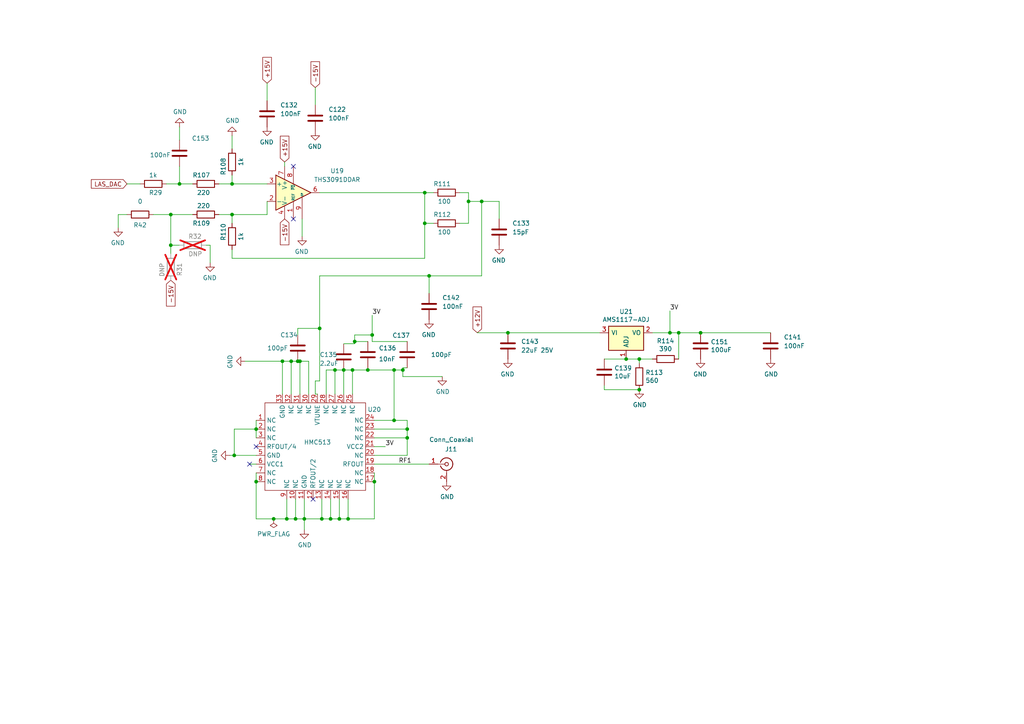
<source format=kicad_sch>
(kicad_sch (version 20231120) (generator "eeschema") (generator_version "8.0")
  (paper "A4")
  (lib_symbols
    (symbol "Amplifier_Operational:THS3491xDDA" (pin_names (offset 0.127))
      (property "Reference" "U" (at 3.81 3.81 0))
      (property "Value" "THS3491xDDA" (at 10.16 -2.54 0))
      (symbol "THS3491xDDA_1_1"
        (polyline (pts (xy -5.08 5.08) (xy 5.08 0) (xy -5.08 -5.08) (xy -5.08 5.08)) (stroke (width 0.254)) (fill (type background)))
        (pin input line (at 0 -7.62 90) (length 5.08) (name "REF") (number "1"))
        (pin input line (at -7.62 -2.54 0) (length 2.54) (name "-") (number "2"))
        (pin input line (at -7.62 2.54 0) (length 2.54) (name "+") (number "3"))
        (pin power_in line (at -2.54 -7.62 90) (length 3.81) (name "V-") (number "4"))
        (pin no_connect line (at -5.08 0 0) (length 2.54) hide (name "NC") (number "5"))
        (pin output line (at 7.62 0 180) (length 2.54) (name "~") (number "6"))
        (pin power_in line (at -2.54 7.62 270) (length 3.81) (name "V+") (number "7"))
        (pin input line (at 0 7.62 270) (length 5.08) (name "~{PD}") (number "8"))
        (pin passive line (at 2.54 -7.62 90) (length 6.35) (name "EP") (number "9"))
      )
    )
    (symbol "Connector:Conn_Coaxial" (pin_names (offset 1.016) hide)
      (property "Reference" "J" (at 0.254 3.048 0))
      (property "Value" "Conn_Coaxial" (at 2.921 0 90))
      (symbol "Conn_Coaxial_0_1"
        (arc (start -1.778 -0.508) (mid 0.2311 -1.8066) (end 1.778 0) (stroke (width 0.254)))
        (polyline (pts (xy -2.54 0) (xy -0.508 0)))
        (polyline (pts (xy 0 -2.54) (xy 0 -1.778)))
        (circle (center 0 0) (radius 0.508) (stroke (width 0.2032)))
        (arc (start 1.778 0) (mid 0.2099 1.8101) (end -1.778 0.508) (stroke (width 0.254)))
      )
      (symbol "Conn_Coaxial_1_1"
        (pin passive line (at -5.08 0 0) (length 2.54) (name "In") (number "1"))
        (pin passive line (at 0 -5.08 90) (length 2.54) (name "Ext") (number "2"))
      )
    )
    (symbol "Device:C" (pin_numbers hide) (pin_names (offset 0.254))
      (property "Reference" "C" (at 0.635 2.54 0))
      (property "Value" "C" (at 0.635 -2.54 0))
      (symbol "C_0_1"
        (polyline (pts (xy -2.032 -0.762) (xy 2.032 -0.762)) (stroke (width 0.508)))
        (polyline (pts (xy -2.032 0.762) (xy 2.032 0.762)) (stroke (width 0.508)))
      )
      (symbol "C_1_1"
        (pin passive line (at 0 3.81 270) (length 2.794) (name "~") (number "1"))
        (pin passive line (at 0 -3.81 90) (length 2.794) (name "~") (number "2"))
      )
    )
    (symbol "Device:R" (pin_numbers hide) (pin_names (offset 0))
      (property "Reference" "R" (at 2.032 0 90))
      (property "Value" "R" (at 0 0 90))
      (symbol "R_0_1"
        (rectangle (start -1.016 -2.54) (end 1.016 2.54) (stroke (width 0.254)))
      )
      (symbol "R_1_1"
        (pin passive line (at 0 3.81 270) (length 1.27) (name "~") (number "1"))
        (pin passive line (at 0 -3.81 90) (length 1.27) (name "~") (number "2"))
      )
    )
    (symbol "Regulator_Linear:AMS1117" (pin_names (offset 0.762))
      (property "Reference" "U" (at -3.81 3.175 0))
      (property "Value" "AMS1117" (at 0 3.175 0))
      (symbol "AMS1117_0_1"
        (rectangle (start -5.08 -5.08) (end 5.08 1.905) (stroke (width 0.254)) (fill (type background)))
      )
      (symbol "AMS1117_1_1"
        (pin input line (at 0 -7.62 90) (length 2.54) (name "ADJ") (number "1"))
        (pin power_out line (at 7.62 0 180) (length 2.54) (name "VO") (number "2"))
        (pin power_in line (at -7.62 0 0) (length 2.54) (name "VI") (number "3"))
      )
    )
    (symbol "lib:HMC513"
      (property "Reference" "U4" (at 34.29 4.4197 0))
      (property "Value" "HMC513" (at 17.78 -5.08 0))
      (symbol "HMC513_0_0"
        (pin input line (at 0 1.27 0) (length 2.54) (name "NC") (number "1"))
        (pin input line (at 11.43 -21.59 90) (length 2.54) (name "NC") (number "10"))
        (pin power_in line (at 13.97 -21.59 90) (length 2.54) (name "GND") (number "11"))
        (pin output line (at 16.51 -21.59 90) (length 2.54) (name "RFOUT/2") (number "12"))
        (pin input line (at 19.05 -21.59 90) (length 2.54) (name "NC") (number "13"))
        (pin input line (at 21.59 -21.59 90) (length 2.54) (name "NC") (number "14"))
        (pin input line (at 24.13 -21.59 90) (length 2.54) (name "NC") (number "15"))
        (pin input line (at 26.67 -21.59 90) (length 2.54) (name "NC") (number "16"))
        (pin input line (at 34.29 -16.51 180) (length 2.54) (name "NC") (number "17"))
        (pin input line (at 34.29 -13.97 180) (length 2.54) (name "NC") (number "18"))
        (pin output line (at 34.29 -11.43 180) (length 2.54) (name "RFOUT") (number "19"))
        (pin input line (at 0 -1.27 0) (length 2.54) (name "NC") (number "2"))
        (pin input line (at 34.29 -8.89 180) (length 2.54) (name "NC") (number "20"))
        (pin power_in line (at 34.29 -6.35 180) (length 2.54) (name "VCC2") (number "21"))
        (pin input line (at 34.29 -3.81 180) (length 2.54) (name "NC") (number "22"))
        (pin input line (at 34.29 -1.27 180) (length 2.54) (name "NC") (number "23"))
        (pin input line (at 34.29 1.27 180) (length 2.54) (name "NC") (number "24"))
        (pin input line (at 27.94 8.89 270) (length 2.54) (name "NC") (number "25"))
        (pin input line (at 25.4 8.89 270) (length 2.54) (name "NC") (number "26"))
        (pin input line (at 22.86 8.89 270) (length 2.54) (name "NC") (number "27"))
        (pin input line (at 20.32 8.89 270) (length 2.54) (name "NC") (number "28"))
        (pin input line (at 17.78 8.89 270) (length 2.54) (name "VTUNE") (number "29"))
        (pin input line (at 0 -3.81 0) (length 2.54) (name "NC") (number "3"))
        (pin input line (at 15.24 8.89 270) (length 2.54) (name "NC") (number "30"))
        (pin input line (at 12.7 8.89 270) (length 2.54) (name "NC") (number "31"))
        (pin input line (at 10.16 8.89 270) (length 2.54) (name "NC") (number "32"))
        (pin power_in line (at 7.62 8.89 270) (length 2.54) (name "GND") (number "33"))
        (pin output line (at 0 -6.35 0) (length 2.54) (name "RFOUT/4") (number "4"))
        (pin power_in line (at 0 -8.89 0) (length 2.54) (name "GND") (number "5"))
        (pin power_in line (at 0 -11.43 0) (length 2.54) (name "VCC1") (number "6"))
        (pin input line (at 0 -13.97 0) (length 2.54) (name "NC") (number "7"))
        (pin input line (at 0 -16.51 0) (length 2.54) (name "NC") (number "8"))
        (pin input line (at 8.89 -21.59 90) (length 2.54) (name "NC") (number "9"))
      )
      (symbol "HMC513_0_1"
        (rectangle (start 31.75 -19.05) (end 2.54 6.35))
      )
    )
    (symbol "power:GND" (power) (pin_names (offset 0))
      (property "Value" "GND" (at 0 -3.81 0))
      (symbol "GND_0_1"
        (polyline (pts (xy 0 0) (xy 0 -1.27) (xy 1.27 -1.27) (xy 0 -2.54) (xy -1.27 -1.27) (xy 0 -1.27)))
      )
      (symbol "GND_1_1"
        (pin power_in line (at 0 0 270) (length 0) hide (name "GND") (number "1"))
      )
    )
    (symbol "power:PWR_FLAG" (power) (pin_numbers hide) (pin_names (offset 0) hide)
      (property "Value" "PWR_FLAG" (at 0 3.81 0))
      (symbol "PWR_FLAG_0_0"
        (pin power_out line (at 0 0 90) (length 0) (name "pwr") (number "1"))
      )
      (symbol "PWR_FLAG_0_1"
        (polyline (pts (xy 0 0) (xy 0 1.27) (xy -1.016 1.905) (xy 0 2.54) (xy 1.016 1.905) (xy 0 1.27)))
      )
    )
  )
  (junction (at 85.725 150.495))
  (junction (at 139.7 58.42))
  (junction (at 100.965 150.495))
  (junction (at 79.375 150.495))
  (junction (at 106.68 107.315))
  (junction (at 93.345 150.495))
  (junction (at 88.265 150.495))
  (junction (at 194.31 96.52))
  (junction (at 118.11 124.46))
  (junction (at 67.31 53.34))
  (junction (at 123.19 64.77))
  (junction (at 49.53 62.23))
  (junction (at 67.31 62.23))
  (junction (at 185.42 104.14))
  (junction (at 196.85 96.52))
  (junction (at 203.2 96.52))
  (junction (at 74.295 139.7))
  (junction (at 185.42 113.03))
  (junction (at 98.425 150.495))
  (junction (at 67.945 132.08))
  (junction (at 181.61 104.14))
  (junction (at 74.295 124.46))
  (junction (at 95.885 150.495))
  (junction (at 84.455 104.775))
  (junction (at 81.915 104.775))
  (junction (at 116.84 107.315))
  (junction (at 52.07 53.34))
  (junction (at 97.155 107.315))
  (junction (at 147.32 96.52))
  (junction (at 86.995 104.775))
  (junction (at 83.185 150.495))
  (junction (at 107.95 97.155))
  (junction (at 49.53 71.12))
  (junction (at 86.36 104.775))
  (junction (at 102.235 107.315))
  (junction (at 92.71 95.25))
  (junction (at 114.3 107.315))
  (junction (at 118.11 127))
  (junction (at 102.87 99.06))
  (junction (at 114.3 121.92))
  (junction (at 108.585 139.7))
  (junction (at 99.695 107.315))
  (junction (at 124.46 80.01))
  (junction (at 123.19 55.88))
  (junction (at 135.89 58.42))
  (no_connect (at 72.39 134.62))
  (no_connect (at 85.09 48.26))
  (no_connect (at 74.295 129.54))
  (no_connect (at 85.09 63.5))
  (no_connect (at 90.805 144.78))
  (wire (pts (xy 144.78 58.42) (xy 144.78 63.5)))
  (wire (pts (xy 114.3 121.92) (xy 108.585 121.92)))
  (wire (pts (xy 93.345 150.495) (xy 95.885 150.495)))
  (wire (pts (xy 123.19 74.93) (xy 123.19 64.77)))
  (wire (pts (xy 147.32 96.52) (xy 173.99 96.52)))
  (wire (pts (xy 139.7 58.42) (xy 139.7 80.01)))
  (wire (pts (xy 107.95 91.44) (xy 107.95 97.155)))
  (wire (pts (xy 189.23 96.52) (xy 194.31 96.52)))
  (wire (pts (xy 60.96 71.12) (xy 59.69 71.12)))
  (wire (pts (xy 74.295 121.92) (xy 74.295 124.46)))
  (wire (pts (xy 52.07 71.12) (xy 49.53 71.12)))
  (wire (pts (xy 114.3 107.315) (xy 116.84 107.315)))
  (wire (pts (xy 86.36 95.25) (xy 92.71 95.25)))
  (wire (pts (xy 185.42 104.14) (xy 185.42 105.41)))
  (wire (pts (xy 60.96 76.2) (xy 60.96 71.12)))
  (wire (pts (xy 91.44 114.3) (xy 92.075 114.3)))
  (wire (pts (xy 102.87 99.06) (xy 102.87 99.695)))
  (wire (pts (xy 74.295 124.46) (xy 67.945 124.46)))
  (wire (pts (xy 67.31 64.77) (xy 67.31 62.23)))
  (wire (pts (xy 118.11 121.92) (xy 114.3 121.92)))
  (wire (pts (xy 84.455 104.775) (xy 84.455 114.3)))
  (wire (pts (xy 118.11 106.68) (xy 116.84 106.68)))
  (wire (pts (xy 49.53 62.23) (xy 49.53 71.12)))
  (wire (pts (xy 74.295 150.495) (xy 79.375 150.495)))
  (wire (pts (xy 52.07 36.83) (xy 52.07 40.64)))
  (wire (pts (xy 123.19 55.88) (xy 123.19 64.77)))
  (wire (pts (xy 139.7 58.42) (xy 135.89 58.42)))
  (wire (pts (xy 108.585 132.08) (xy 118.11 132.08)))
  (wire (pts (xy 100.965 150.495) (xy 100.965 144.78)))
  (wire (pts (xy 86.995 104.775) (xy 86.995 114.3)))
  (wire (pts (xy 98.425 144.78) (xy 98.425 150.495)))
  (wire (pts (xy 74.295 124.46) (xy 74.295 127)))
  (wire (pts (xy 49.53 62.23) (xy 55.88 62.23)))
  (wire (pts (xy 135.89 64.77) (xy 133.35 64.77)))
  (wire (pts (xy 118.11 121.92) (xy 118.11 124.46)))
  (wire (pts (xy 77.47 24.13) (xy 77.47 29.21)))
  (wire (pts (xy 34.29 62.23) (xy 36.83 62.23)))
  (wire (pts (xy 106.68 106.68) (xy 106.68 107.315)))
  (wire (pts (xy 67.31 53.34) (xy 63.5 53.34)))
  (wire (pts (xy 93.345 144.78) (xy 93.345 150.495)))
  (wire (pts (xy 86.995 104.775) (xy 89.535 104.775)))
  (wire (pts (xy 98.425 150.495) (xy 100.965 150.495)))
  (wire (pts (xy 74.295 137.16) (xy 74.295 139.7)))
  (wire (pts (xy 97.155 114.3) (xy 97.155 107.315)))
  (wire (pts (xy 181.61 104.14) (xy 185.42 104.14)))
  (wire (pts (xy 67.31 53.34) (xy 77.47 53.34)))
  (wire (pts (xy 82.55 46.99) (xy 82.55 48.26)))
  (wire (pts (xy 81.915 104.775) (xy 84.455 104.775)))
  (wire (pts (xy 85.725 144.78) (xy 85.725 150.495)))
  (wire (pts (xy 92.71 80.01) (xy 92.71 95.25)))
  (wire (pts (xy 123.19 55.88) (xy 92.71 55.88)))
  (wire (pts (xy 79.375 150.495) (xy 83.185 150.495)))
  (wire (pts (xy 67.31 74.93) (xy 123.19 74.93)))
  (wire (pts (xy 92.71 80.01) (xy 124.46 80.01)))
  (wire (pts (xy 95.885 144.78) (xy 95.885 150.495)))
  (wire (pts (xy 91.44 110.49) (xy 91.44 114.3)))
  (wire (pts (xy 108.585 129.54) (xy 111.76 129.54)))
  (wire (pts (xy 83.185 150.495) (xy 85.725 150.495)))
  (wire (pts (xy 67.31 72.39) (xy 67.31 74.93)))
  (wire (pts (xy 194.31 90.17) (xy 194.31 96.52)))
  (wire (pts (xy 52.07 48.26) (xy 52.07 53.34)))
  (wire (pts (xy 194.31 96.52) (xy 196.85 96.52)))
  (wire (pts (xy 99.695 107.315) (xy 102.235 107.315)))
  (wire (pts (xy 118.11 124.46) (xy 118.11 127)))
  (wire (pts (xy 106.68 107.315) (xy 114.3 107.315)))
  (wire (pts (xy 108.585 150.495) (xy 100.965 150.495)))
  (wire (pts (xy 108.585 137.16) (xy 108.585 139.7)))
  (wire (pts (xy 107.95 99.06) (xy 107.95 97.155)))
  (wire (pts (xy 67.31 39.37) (xy 67.31 43.18)))
  (wire (pts (xy 116.84 109.22) (xy 116.84 107.315)))
  (wire (pts (xy 72.39 134.62) (xy 74.295 134.62)))
  (wire (pts (xy 99.695 99.695) (xy 102.87 99.695)))
  (wire (pts (xy 97.155 107.315) (xy 99.695 107.315)))
  (wire (pts (xy 91.44 25.4) (xy 91.44 30.48)))
  (wire (pts (xy 49.53 71.12) (xy 49.53 73.66)))
  (wire (pts (xy 67.945 124.46) (xy 67.945 132.08)))
  (wire (pts (xy 181.61 104.14) (xy 175.26 104.14)))
  (wire (pts (xy 48.26 53.34) (xy 52.07 53.34)))
  (wire (pts (xy 88.265 150.495) (xy 88.265 153.67)))
  (wire (pts (xy 133.35 55.88) (xy 135.89 55.88)))
  (wire (pts (xy 67.945 132.08) (xy 74.295 132.08)))
  (wire (pts (xy 125.73 55.88) (xy 123.19 55.88)))
  (wire (pts (xy 88.265 144.78) (xy 88.265 150.495)))
  (wire (pts (xy 66.675 132.08) (xy 67.945 132.08)))
  (wire (pts (xy 67.31 50.8) (xy 67.31 53.34)))
  (wire (pts (xy 67.31 62.23) (xy 77.47 62.23)))
  (wire (pts (xy 44.45 62.23) (xy 49.53 62.23)))
  (wire (pts (xy 85.725 150.495) (xy 88.265 150.495)))
  (wire (pts (xy 108.585 134.62) (xy 124.46 134.62)))
  (wire (pts (xy 144.78 58.42) (xy 139.7 58.42)))
  (wire (pts (xy 135.89 55.88) (xy 135.89 58.42)))
  (wire (pts (xy 107.95 99.06) (xy 118.11 99.06)))
  (wire (pts (xy 81.915 104.775) (xy 71.12 104.775)))
  (wire (pts (xy 108.585 139.7) (xy 108.585 150.495)))
  (wire (pts (xy 87.63 63.5) (xy 87.63 68.58)))
  (wire (pts (xy 77.47 58.42) (xy 77.47 62.23)))
  (wire (pts (xy 95.885 150.495) (xy 98.425 150.495)))
  (wire (pts (xy 99.695 107.315) (xy 99.695 114.3)))
  (wire (pts (xy 102.235 114.3) (xy 102.235 107.315)))
  (wire (pts (xy 189.23 104.14) (xy 185.42 104.14)))
  (wire (pts (xy 196.85 96.52) (xy 203.2 96.52)))
  (wire (pts (xy 118.11 127) (xy 108.585 127)))
  (wire (pts (xy 106.68 99.06) (xy 102.87 99.06)))
  (wire (pts (xy 118.11 127) (xy 118.11 132.08)))
  (wire (pts (xy 94.615 107.315) (xy 97.155 107.315)))
  (wire (pts (xy 89.535 104.775) (xy 89.535 114.3)))
  (wire (pts (xy 86.36 104.775) (xy 86.995 104.775)))
  (wire (pts (xy 114.3 107.315) (xy 114.3 121.92)))
  (wire (pts (xy 36.83 53.34) (xy 40.64 53.34)))
  (wire (pts (xy 135.89 58.42) (xy 135.89 64.77)))
  (wire (pts (xy 84.455 104.775) (xy 86.36 104.775)))
  (wire (pts (xy 175.26 113.03) (xy 185.42 113.03)))
  (wire (pts (xy 139.7 80.01) (xy 124.46 80.01)))
  (wire (pts (xy 83.185 144.78) (xy 83.185 150.495)))
  (wire (pts (xy 67.31 62.23) (xy 63.5 62.23)))
  (wire (pts (xy 102.87 97.155) (xy 102.87 99.06)))
  (wire (pts (xy 94.615 107.315) (xy 94.615 114.3)))
  (wire (pts (xy 116.84 109.22) (xy 128.27 109.22)))
  (wire (pts (xy 175.26 111.76) (xy 175.26 113.03)))
  (wire (pts (xy 196.85 104.14) (xy 196.85 96.52)))
  (wire (pts (xy 92.71 95.25) (xy 92.71 110.49)))
  (wire (pts (xy 34.29 66.04) (xy 34.29 62.23)))
  (wire (pts (xy 108.585 124.46) (xy 118.11 124.46)))
  (wire (pts (xy 88.265 150.495) (xy 93.345 150.495)))
  (wire (pts (xy 102.87 97.155) (xy 107.95 97.155)))
  (wire (pts (xy 125.73 64.77) (xy 123.19 64.77)))
  (wire (pts (xy 81.915 114.3) (xy 81.915 104.775)))
  (wire (pts (xy 102.235 107.315) (xy 106.68 107.315)))
  (wire (pts (xy 86.36 97.155) (xy 86.36 95.25)))
  (wire (pts (xy 52.07 53.34) (xy 55.88 53.34)))
  (wire (pts (xy 92.71 110.49) (xy 91.44 110.49)))
  (wire (pts (xy 203.2 96.52) (xy 223.52 96.52)))
  (wire (pts (xy 116.84 106.68) (xy 116.84 107.315)))
  (wire (pts (xy 124.46 80.01) (xy 124.46 85.09)))
  (wire (pts (xy 74.295 139.7) (xy 74.295 150.495)))
  (wire (pts (xy 138.43 96.52) (xy 147.32 96.52)))
  (label "RF1" (at 119.38 134.62 180))
  (label "3V" (at 194.31 90.17 0))
  (label "3V" (at 107.95 91.44 0))
  (label "3V" (at 111.76 129.54 0))
  (global_label "+15V" (shape input) (at 82.55 46.99 90) (property "Intersheetrefs" "${INTERSHEET_REFS}" (effects (hide yes))))
  (global_label "-15V" (shape input) (at 49.53 81.28 270) (property "Intersheetrefs" "${INTERSHEET_REFS}" (effects (hide yes))))
  (global_label "-15V" (shape input) (at 91.44 25.4 90) (property "Intersheetrefs" "${INTERSHEET_REFS}" (effects (hide yes))))
  (global_label "+12V" (shape input) (at 138.43 96.52 90) (property "Intersheetrefs" "${INTERSHEET_REFS}" (effects (hide yes))))
  (global_label "-15V" (shape input) (at 82.55 63.5 270) (property "Intersheetrefs" "${INTERSHEET_REFS}" (effects (hide yes))))
  (global_label "LAS_DAC" (shape input) (at 36.83 53.34 180) (property "Intersheetrefs" "${INTERSHEET_REFS}" (effects (hide yes))))
  (global_label "+15V" (shape input) (at 77.47 24.13 90) (property "Intersheetrefs" "${INTERSHEET_REFS}" (effects (hide yes))))
  (symbol (lib_id "Device:C") (at 124.46 88.9 0) (unit 1)
    (property "Reference" "C142" (at 128.27 86.36 0) (effects (justify left)))
    (property "Value" "100nF" (at 128.27 88.9 0) (effects (justify left)))
    (property "Footprint" "lib_mods:C_0603_1608Metric_u" (effects (hide yes)))
    (property "LCSC" "C14663" (effects (hide yes)))
  )
  (symbol (lib_id "Device:C") (at 203.2 100.33 0) (unit 1)
    (property "Reference" "C151" (at 206.121 99.1616 0) (effects (justify left)))
    (property "Value" "100uF" (at 206.121 101.473 0) (effects (justify left)))
    (property "Footprint" "lib_mods:C_1206_3216Metric_u" (effects (hide yes)))
    (property "LCSC" "C15008" (effects (hide yes)))
  )
  (symbol (lib_id "power:GND") (at 185.42 113.03 0) (unit 1)
    (property "Reference" "#PWR0184" (effects (hide yes)))
    (property "Value" "GND" (at 185.547 117.4242 0))
  )
  (symbol (lib_id "lib:HMC513") (at 74.295 123.19 0) (unit 1)
    (property "Reference" "U20" (at 108.585 118.7703 0))
    (property "Value" "HMC513" (at 92.075 128.27 0))
    (property "Footprint" "Package_DFN_QFN:QFN-32-1EP_5x5mm_P0.5mm_EP3.1x3.1mm" (effects (hide yes)))
    (property "elitan" "https://www.elitan.ru/price/item15960790" (effects (hide yes)))
    (property "LCSC" "C17473703" (effects (hide yes)))
  )
  (symbol (lib_id "Device:R") (at 55.88 71.12 270) (mirror x) (unit 1) (dnp yes)
    (property "Reference" "R32" (at 54.61 68.58 90) (effects (justify left)))
    (property "Value" "DNP" (at 54.61 73.66 90) (effects (justify left)))
    (property "Footprint" "lib_mods:R_0603_1608Metric_u" (effects (hide yes)))
  )
  (symbol (lib_id "Connector:Conn_Coaxial") (at 129.54 134.62 0) (unit 1)
    (property "Reference" "J11" (at 129.032 130.302 0) (effects (justify left)))
    (property "Value" "Conn_Coaxial" (at 124.46 127.508 0) (effects (justify left)))
    (property "Footprint" "lib_mods:SMA-SMD_HJ-SMA362" (effects (hide yes)))
    (property "elitan" "https://www.elitan.ru/price/item715750" (effects (hide yes)))
    (property "LCSC" "C2905338" (effects (hide yes)))
  )
  (symbol (lib_id "Device:C") (at 144.78 67.31 0) (unit 1)
    (property "Reference" "C133" (at 148.59 64.77 0) (effects (justify left)))
    (property "Value" "15pF" (at 148.59 67.31 0) (effects (justify left)))
    (property "Footprint" "lib_mods:C_0603_1608Metric_u" (effects (hide yes)))
    (property "LCSC" "C1644" (effects (hide yes)))
  )
  (symbol (lib_id "power:GND") (at 128.27 109.22 0) (unit 1)
    (property "Reference" "#PWR0183" (effects (hide yes)))
    (property "Value" "GND" (at 128.397 113.6142 0))
  )
  (symbol (lib_id "power:GND") (at 91.44 38.1 0) (mirror y) (unit 1)
    (property "Reference" "#PWR0175" (effects (hide yes)))
    (property "Value" "GND" (at 91.313 42.4942 0))
  )
  (symbol (lib_id "Device:C") (at 86.36 100.965 180) (unit 1)
    (property "Reference" "C134" (at 81.28 97.155 0) (effects (justify right)))
    (property "Value" "100pF" (at 77.47 100.965 0) (effects (justify right)))
    (property "Footprint" "lib_mods:C_0402_1005Metric_" (effects (hide yes)))
    (property "elitan" "https://www.elitan.ru/price/item812411" (effects (hide yes)))
    (property "LCSC" "C1546" (effects (hide yes)))
  )
  (symbol (lib_id "power:GND") (at 34.29 66.04 0) (mirror y) (unit 1)
    (property "Reference" "#PWR0178" (effects (hide yes)))
    (property "Value" "GND" (at 34.163 70.4342 0))
  )
  (symbol (lib_id "power:GND") (at 144.78 71.12 0) (mirror y) (unit 1)
    (property "Reference" "#PWR0177" (effects (hide yes)))
    (property "Value" "GND" (at 144.653 75.5142 0))
  )
  (symbol (lib_id "Device:C") (at 118.11 102.87 180) (unit 1)
    (property "Reference" "C137" (at 113.792 97.282 0) (effects (justify right)))
    (property "Value" "100pF" (at 124.968 102.87 0) (effects (justify right)))
    (property "Footprint" "lib_mods:C_0402_1005Metric_" (effects (hide yes)))
    (property "elitan" "https://www.elitan.ru/price/item812411" (effects (hide yes)))
    (property "LCSC" "C1546" (effects (hide yes)))
  )
  (symbol (lib_id "Regulator_Linear:AMS1117") (at 181.61 96.52 0) (unit 1)
    (property "Reference" "U21" (at 181.61 90.3732 0))
    (property "Value" "AMS1117-ADJ" (at 181.61 92.6846 0))
    (property "Footprint" "Package_TO_SOT_SMD:SOT-223-3_TabPin2" (effects (hide yes)))
    (property "Datasheet" "http://www.advanced-monolithic.com/pdf/ds1117.pdf" (effects (hide yes)))
    (property "elitan" "https://www.elitan.ru/price/item13462037" (effects (hide yes)))
    (property "LCSC" "C6188" (effects (hide yes)))
  )
  (symbol (lib_id "Device:R") (at 49.53 77.47 0) (mirror x) (unit 1) (dnp yes)
    (property "Reference" "R31" (at 52.07 76.2 90) (effects (justify left)))
    (property "Value" "DNP" (at 46.99 76.2 90) (effects (justify left)))
    (property "Footprint" "lib_mods:R_0603_1608Metric_u" (effects (hide yes)))
  )
  (symbol (lib_id "power:GND") (at 66.675 132.08 270) (unit 1)
    (property "Reference" "#PWR0179" (effects (hide yes)))
    (property "Value" "GND" (at 62.2808 132.207 0))
  )
  (symbol (lib_id "power:GND") (at 87.63 68.58 0) (mirror y) (unit 1)
    (property "Reference" "#PWR0174" (effects (hide yes)))
    (property "Value" "GND" (at 87.503 72.9742 0))
  )
  (symbol (lib_id "Device:C") (at 147.32 100.33 0) (unit 1)
    (property "Reference" "C143" (at 151.13 99.0599 0) (effects (justify left)))
    (property "Value" "22uF 25V" (at 151.13 101.5999 0) (effects (justify left)))
    (property "Footprint" "lib_mods:C_1206_3216Metric_u" (effects (hide yes)))
    (property "Description" "Unpolarized capacitor" (effects (hide yes)))
    (property "LCSC" "C12891" (effects (hide yes)))
  )
  (symbol (lib_id "Device:R") (at 44.45 53.34 270) (unit 1)
    (property "Reference" "R29" (at 43.18 55.88 90) (effects (justify left)))
    (property "Value" "1k" (at 43.18 50.8 90) (effects (justify left)))
    (property "Footprint" "lib_mods:R_0603_1608Metric_u" (effects (hide yes)))
    (property "LCSC" "C21190" (effects (hide yes)))
  )
  (symbol (lib_id "Device:R") (at 59.69 62.23 90) (mirror x) (unit 1)
    (property "Reference" "R109" (at 60.96 64.77 90) (effects (justify left)))
    (property "Value" "220" (at 60.96 59.69 90) (effects (justify left)))
    (property "Footprint" "lib_mods:R_0603_1608Metric_u" (effects (hide yes)))
    (property "LCSC" "C22962" (effects (hide yes)))
  )
  (symbol (lib_id "Device:C") (at 223.52 100.33 0) (unit 1)
    (property "Reference" "C141" (at 227.33 97.79 0) (effects (justify left)))
    (property "Value" "100nF" (at 227.33 100.33 0) (effects (justify left)))
    (property "Footprint" "lib_mods:C_0603_1608Metric_u" (effects (hide yes)))
    (property "LCSC" "C14663" (effects (hide yes)))
  )
  (symbol (lib_id "Device:R") (at 40.64 62.23 270) (unit 1)
    (property "Reference" "R42" (at 40.64 65.278 90))
    (property "Value" "0" (at 40.64 58.42 90))
    (property "Footprint" "lib_mods:R_0603_1608Metric_u" (effects (hide yes)))
    (property "LCSC" "C21189" (effects (hide yes)))
  )
  (symbol (lib_id "power:GND") (at 77.47 36.83 0) (mirror y) (unit 1)
    (property "Reference" "#PWR0176" (effects (hide yes)))
    (property "Value" "GND" (at 77.343 41.2242 0))
  )
  (symbol (lib_id "Device:C") (at 91.44 34.29 0) (unit 1)
    (property "Reference" "C122" (at 95.25 31.75 0) (effects (justify left)))
    (property "Value" "100nF" (at 95.25 34.29 0) (effects (justify left)))
    (property "Footprint" "lib_mods:C_0603_1608Metric_u" (effects (hide yes)))
    (property "LCSC" "C14663" (effects (hide yes)))
  )
  (symbol (lib_id "power:GND") (at 203.2 104.14 0) (mirror y) (unit 1)
    (property "Reference" "#PWR0182" (effects (hide yes)))
    (property "Value" "GND" (at 203.073 108.5342 0))
  )
  (symbol (lib_id "power:GND") (at 60.96 76.2 0) (mirror y) (unit 1)
    (property "Reference" "#PWR0211" (effects (hide yes)))
    (property "Value" "GND" (at 60.833 80.5942 0))
  )
  (symbol (lib_id "Amplifier_Operational:THS3491xDDA") (at 85.09 55.88 0) (unit 1)
    (property "Reference" "U19" (at 97.79 49.5614 0))
    (property "Value" "THS3091DDAR" (at 97.79 52.1014 0))
    (property "Footprint" "Package_SO:Texas_R-PDSO-G8_EP2.95x4.9mm_Mask2.4x3.1mm" (effects (hide yes)))
    (property "Datasheet" "http://www.ti.com/lit/ds/symlink/ths3491.pdf" (effects (hide yes)))
    (property "Description" "900-MHz, 500-mA High-Power Output Current Feedback Operational Amplifier, SOIC-8" (effects (hide yes)))
    (property "LCSC" "C181226" (effects (hide yes)))
  )
  (symbol (lib_id "Device:C") (at 175.26 107.95 0) (unit 1)
    (property "Reference" "C139" (at 178.181 106.7816 0) (effects (justify left)))
    (property "Value" "10uF" (at 178.181 109.093 0) (effects (justify left)))
    (property "Footprint" "lib_mods:C_0805_2012Metric_u" (effects (hide yes)))
    (property "elitan" "https://www.elitan.ru/price/item5649887" (effects (hide yes)))
  )
  (symbol (lib_id "power:GND") (at 67.31 39.37 0) (mirror x) (unit 1)
    (property "Reference" "#PWR0173" (effects (hide yes)))
    (property "Value" "GND" (at 67.437 34.9758 0))
  )
  (symbol (lib_id "Device:R") (at 129.54 64.77 90) (unit 1)
    (property "Reference" "R112" (at 130.81 62.23 90) (effects (justify left)))
    (property "Value" "100" (at 130.81 67.31 90) (effects (justify left)))
    (property "Footprint" "lib_mods:R_0603_1608Metric_u" (effects (hide yes)))
    (property "LCSC" "C22775" (effects (hide yes)))
  )
  (symbol (lib_id "power:GND") (at 52.07 36.83 0) (mirror x) (unit 1)
    (property "Reference" "#PWR0205" (effects (hide yes)))
    (property "Value" "GND" (at 52.197 32.4358 0))
  )
  (symbol (lib_id "Device:R") (at 67.31 68.58 0) (mirror y) (unit 1)
    (property "Reference" "R110" (at 64.77 69.85 90) (effects (justify left)))
    (property "Value" "1k" (at 69.85 69.85 90) (effects (justify left)))
    (property "Footprint" "lib_mods:R_0603_1608Metric_u" (effects (hide yes)))
    (property "LCSC" "C21190" (effects (hide yes)))
  )
  (symbol (lib_id "power:GND") (at 129.54 139.7 0) (unit 1)
    (property "Reference" "#PWR0187" (effects (hide yes)))
    (property "Value" "GND" (at 129.667 144.0942 0))
  )
  (symbol (lib_id "power:GND") (at 223.52 104.14 0) (unit 1)
    (property "Reference" "#PWR0186" (effects (hide yes)))
    (property "Value" "GND" (at 223.647 108.5342 0))
  )
  (symbol (lib_id "power:GND") (at 71.12 104.775 270) (unit 1)
    (property "Reference" "#PWR0180" (effects (hide yes)))
    (property "Value" "GND" (at 66.7258 104.902 0))
  )
  (symbol (lib_id "Device:R") (at 185.42 109.22 0) (unit 1)
    (property "Reference" "R113" (at 187.198 108.0516 0) (effects (justify left)))
    (property "Value" "560" (at 187.198 110.363 0) (effects (justify left)))
    (property "Footprint" "lib_mods:R_0603_1608Metric_u" (effects (hide yes)))
    (property "elitan" "https://www.elitan.ru/price/item21294491" (effects (hide yes)))
    (property "LCSC" "C23204" (effects (hide yes)))
  )
  (symbol (lib_id "power:GND") (at 88.265 153.67 0) (unit 1)
    (property "Reference" "#PWR0181" (effects (hide yes)))
    (property "Value" "GND" (at 88.392 158.0642 0))
  )
  (symbol (lib_id "Device:R") (at 59.69 53.34 90) (unit 1)
    (property "Reference" "R107" (at 60.96 50.8 90) (effects (justify left)))
    (property "Value" "220" (at 60.96 55.88 90) (effects (justify left)))
    (property "Footprint" "lib_mods:R_0603_1608Metric_u" (effects (hide yes)))
    (property "LCSC" "C22962" (effects (hide yes)))
  )
  (symbol (lib_id "power:PWR_FLAG") (at 79.375 150.495 180) (unit 1)
    (property "Reference" "#FLG09" (effects (hide yes)))
    (property "Value" "PWR_FLAG" (at 79.375 154.8892 0))
  )
  (symbol (lib_id "Device:C") (at 52.07 44.45 0) (unit 1)
    (property "Reference" "C153" (at 55.626 40.132 0) (effects (justify left)))
    (property "Value" "100nF" (at 43.434 44.958 0) (effects (justify left)))
    (property "Footprint" "lib_mods:C_0603_1608Metric_u" (effects (hide yes)))
    (property "LCSC" "C14663" (effects (hide yes)))
  )
  (symbol (lib_id "power:GND") (at 147.32 104.14 0) (mirror y) (unit 1)
    (property "Reference" "#PWR0189" (effects (hide yes)))
    (property "Value" "GND" (at 147.193 108.5342 0))
  )
  (symbol (lib_id "Device:C") (at 99.695 103.505 0) (unit 1)
    (property "Reference" "C135" (at 92.71 102.87 0) (effects (justify left)))
    (property "Value" "2.2uF" (at 92.71 105.41 0) (effects (justify left)))
    (property "Footprint" "lib_mods:C_0603_1608Metric_u" (effects (hide yes)))
    (property "elitan" "https://www.elitan.ru/price/item13834368" (effects (hide yes)))
    (property "LCSC" "C23630" (effects (hide yes)))
  )
  (symbol (lib_id "power:GND") (at 124.46 92.71 0) (mirror y) (unit 1)
    (property "Reference" "#PWR0188" (effects (hide yes)))
    (property "Value" "GND" (at 124.333 97.1042 0))
  )
  (symbol (lib_id "Device:C") (at 106.68 102.87 180) (unit 1)
    (property "Reference" "C136" (at 109.855 100.965 0) (effects (justify right)))
    (property "Value" "10nF" (at 109.855 104.14 0) (effects (justify right)))
    (property "Footprint" "lib_mods:C_0402_1005Metric_" (effects (hide yes)))
    (property "elitan" "https://www.elitan.ru/price/item10730139" (effects (hide yes)))
    (property "LCSC" "C15195" (effects (hide yes)))
  )
  (symbol (lib_id "Device:R") (at 129.54 55.88 90) (unit 1)
    (property "Reference" "R111" (at 130.81 53.34 90) (effects (justify left)))
    (property "Value" "100" (at 130.81 58.42 90) (effects (justify left)))
    (property "Footprint" "lib_mods:R_0603_1608Metric_u" (effects (hide yes)))
    (property "LCSC" "C22775" (effects (hide yes)))
  )
  (symbol (lib_id "Device:C") (at 77.47 33.02 0) (unit 1)
    (property "Reference" "C132" (at 81.28 30.48 0) (effects (justify left)))
    (property "Value" "100nF" (at 81.28 33.02 0) (effects (justify left)))
    (property "Footprint" "lib_mods:C_0603_1608Metric_u" (effects (hide yes)))
    (property "LCSC" "C14663" (effects (hide yes)))
  )
  (symbol (lib_id "Device:R") (at 67.31 46.99 180) (unit 1)
    (property "Reference" "R108" (at 64.77 45.72 90) (effects (justify left)))
    (property "Value" "1k" (at 69.85 45.72 90) (effects (justify left)))
    (property "Footprint" "lib_mods:R_0603_1608Metric_u" (effects (hide yes)))
    (property "LCSC" "C21190" (effects (hide yes)))
  )
  (symbol (lib_id "Device:R") (at 193.04 104.14 270) (unit 1)
    (property "Reference" "R114" (at 193.04 98.8822 90))
    (property "Value" "390" (at 193.04 101.1936 90))
    (property "Footprint" "lib_mods:R_0805_2012Metric_u" (effects (hide yes)))
    (property "LCSC" "C23151" (effects (hide yes)))
  )
)
</source>
